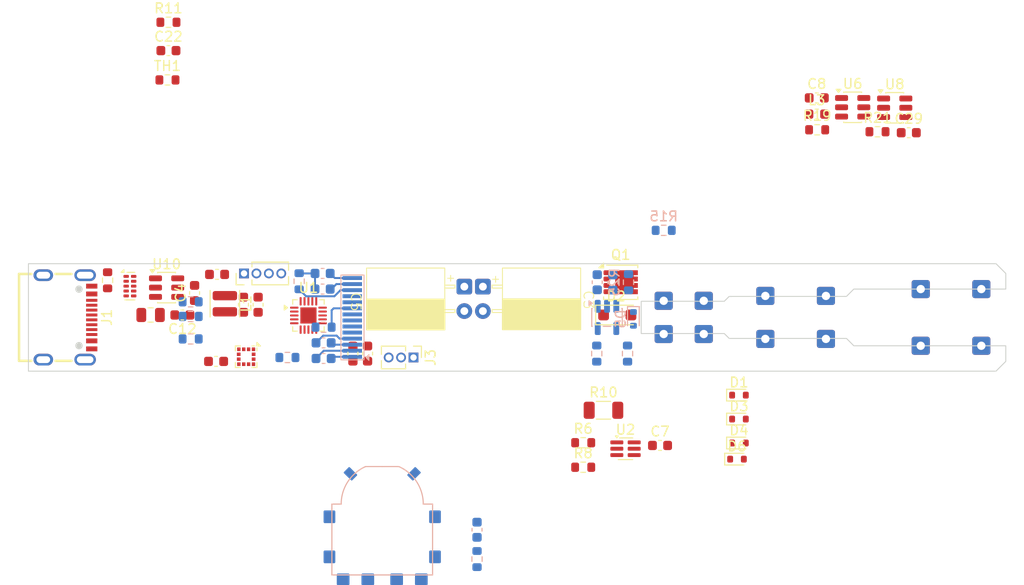
<source format=kicad_pcb>
(kicad_pcb
	(version 20241229)
	(generator "pcbnew")
	(generator_version "9.0")
	(general
		(thickness 1.6)
		(legacy_teardrops no)
	)
	(paper "A4")
	(layers
		(0 "F.Cu" signal)
		(4 "In1.Cu" signal)
		(6 "In2.Cu" signal)
		(2 "B.Cu" signal)
		(9 "F.Adhes" user "F.Adhesive")
		(11 "B.Adhes" user "B.Adhesive")
		(13 "F.Paste" user)
		(15 "B.Paste" user)
		(5 "F.SilkS" user "F.Silkscreen")
		(7 "B.SilkS" user "B.Silkscreen")
		(1 "F.Mask" user)
		(3 "B.Mask" user)
		(17 "Dwgs.User" user "User.Drawings")
		(19 "Cmts.User" user "User.Comments")
		(21 "Eco1.User" user "User.Eco1")
		(23 "Eco2.User" user "User.Eco2")
		(25 "Edge.Cuts" user)
		(27 "Margin" user)
		(31 "F.CrtYd" user "F.Courtyard")
		(29 "B.CrtYd" user "B.Courtyard")
		(35 "F.Fab" user)
		(33 "B.Fab" user)
		(39 "User.1" user)
		(41 "User.2" user)
		(43 "User.3" user)
		(45 "User.4" user)
	)
	(setup
		(stackup
			(layer "F.SilkS"
				(type "Top Silk Screen")
				(color "Black")
			)
			(layer "F.Paste"
				(type "Top Solder Paste")
			)
			(layer "F.Mask"
				(type "Top Solder Mask")
				(color "White")
				(thickness 0.01)
			)
			(layer "F.Cu"
				(type "copper")
				(thickness 0.035)
			)
			(layer "dielectric 1"
				(type "prepreg")
				(thickness 0.1)
				(material "FR4")
				(epsilon_r 4.5)
				(loss_tangent 0.02)
			)
			(layer "In1.Cu"
				(type "copper")
				(thickness 0.035)
			)
			(layer "dielectric 2"
				(type "core")
				(thickness 1.24)
				(material "FR4")
				(epsilon_r 4.5)
				(loss_tangent 0.02)
			)
			(layer "In2.Cu"
				(type "copper")
				(thickness 0.035)
			)
			(layer "dielectric 3"
				(type "prepreg")
				(thickness 0.1)
				(material "FR4")
				(epsilon_r 4.5)
				(loss_tangent 0.02)
			)
			(layer "B.Cu"
				(type "copper")
				(thickness 0.035)
			)
			(layer "B.Mask"
				(type "Bottom Solder Mask")
				(thickness 0.01)
			)
			(layer "B.Paste"
				(type "Bottom Solder Paste")
			)
			(layer "B.SilkS"
				(type "Bottom Silk Screen")
			)
			(copper_finish "None")
			(dielectric_constraints no)
		)
		(pad_to_mask_clearance 0)
		(allow_soldermask_bridges_in_footprints no)
		(tenting front back)
		(grid_origin 100.5 158.2)
		(pcbplotparams
			(layerselection 0x00000000_00000000_55555555_5755f5ff)
			(plot_on_all_layers_selection 0x00000000_00000000_00000000_00000000)
			(disableapertmacros no)
			(usegerberextensions no)
			(usegerberattributes yes)
			(usegerberadvancedattributes yes)
			(creategerberjobfile yes)
			(dashed_line_dash_ratio 12.000000)
			(dashed_line_gap_ratio 3.000000)
			(svgprecision 4)
			(plotframeref no)
			(mode 1)
			(useauxorigin no)
			(hpglpennumber 1)
			(hpglpenspeed 20)
			(hpglpendiameter 15.000000)
			(pdf_front_fp_property_popups yes)
			(pdf_back_fp_property_popups yes)
			(pdf_metadata yes)
			(pdf_single_document no)
			(dxfpolygonmode yes)
			(dxfimperialunits yes)
			(dxfusepcbnewfont yes)
			(psnegative no)
			(psa4output no)
			(plot_black_and_white yes)
			(sketchpadsonfab no)
			(plotpadnumbers no)
			(hidednponfab no)
			(sketchdnponfab yes)
			(crossoutdnponfab yes)
			(subtractmaskfromsilk no)
			(outputformat 1)
			(mirror no)
			(drillshape 1)
			(scaleselection 1)
			(outputdirectory "")
		)
	)
	(net 0 "")
	(net 1 "+3.3V")
	(net 2 "GND")
	(net 3 "VBUS")
	(net 4 "Net-(U10-SW)")
	(net 5 "Net-(U10-BST)")
	(net 6 "/BTN")
	(net 7 "/ENC_B")
	(net 8 "Net-(D3-K)")
	(net 9 "/TC_FB")
	(net 10 "/BOOTSEL")
	(net 11 "Net-(C27-Pad2)")
	(net 12 "/SCL")
	(net 13 "/DISP_NRST")
	(net 14 "/SDA")
	(net 15 "/ENC_A")
	(net 16 "/BLUE")
	(net 17 "/D-")
	(net 18 "Net-(D1-A)")
	(net 19 "/HEATER_ON")
	(net 20 "Net-(D5-K)")
	(net 21 "/CC2")
	(net 22 "/CC1")
	(net 23 "/LED_RING")
	(net 24 "/VBUS_FB")
	(net 25 "/CURR_FB")
	(net 26 "unconnected-(U1-PB12-Pad15)")
	(net 27 "unconnected-(U2-REF-Pad1)")
	(net 28 "Net-(J4-Pin_13)")
	(net 29 "Net-(J4-Pin_2)")
	(net 30 "Net-(J4-Pin_1)")
	(net 31 "Net-(J4-Pin_4)")
	(net 32 "Net-(J4-Pin_3)")
	(net 33 "Net-(J4-Pin_14)")
	(net 34 "Net-(U7--)")
	(net 35 "Net-(J1-SHIELD)")
	(net 36 "unconnected-(J4-Pin_6-Pad6)")
	(net 37 "Net-(J4-Pin_12)")
	(net 38 "/RED")
	(net 39 "unconnected-(U5-~{CS}-Pad10)")
	(net 40 "/JDP")
	(net 41 "/JDN")
	(net 42 "unconnected-(U3-NC-Pad6)")
	(net 43 "unconnected-(U3-NC-Pad10)")
	(net 44 "unconnected-(U3-NC-Pad7)")
	(net 45 "unconnected-(U3-NC-Pad9)")
	(net 46 "Net-(J4-Pin_9)")
	(net 47 "unconnected-(U1-PA4-Pad6)")
	(net 48 "/VDRIVE")
	(net 49 "/NTC")
	(net 50 "Net-(D6-K)")
	(net 51 "unconnected-(U5-INT1-Pad5)")
	(net 52 "unconnected-(U5-INT2-Pad6)")
	(net 53 "unconnected-(U11-Pad0)")
	(net 54 "Net-(Q1-D)")
	(net 55 "Net-(Q1-G)")
	(net 56 "unconnected-(U11-Pad0)_1")
	(net 57 "unconnected-(U11-Pad0)_2")
	(net 58 "unconnected-(U11-Pad0)_3")
	(net 59 "unconnected-(U11-Pad0)_4")
	(net 60 "unconnected-(U11-Pad0)_5")
	(net 61 "/VDRIVE_ON")
	(net 62 "Net-(U6-FB)")
	(net 63 "unconnected-(U6-NC-Pad6)")
	(net 64 "unconnected-(U1-PA3-Pad5)")
	(footprint "Capacitor_SMD:C_0603_1608Metric" (layer "F.Cu") (at 165.125 165.8))
	(footprint "Connector_Wire:SolderWire-0.25sqmm_1x01_D0.65mm_OD1.7mm" (layer "F.Cu") (at 182.1 150.5 90))
	(footprint "Capacitor_SMD:C_0603_1608Metric" (layer "F.Cu") (at 122.5 151.4 -90))
	(footprint "Capacitor_SMD:C_0603_1608Metric" (layer "F.Cu") (at 117.5 150.2 90))
	(footprint "Inductor_SMD:L_0603_1608Metric" (layer "F.Cu") (at 181.1625 131.9))
	(footprint "Package_SON:USON-10_2.5x1.0mm_P0.5mm" (layer "F.Cu") (at 110.885 149.5))
	(footprint "Capacitor_SMD:C_0603_1608Metric" (layer "F.Cu") (at 181.1625 130.24))
	(footprint "Connector_Wire:SolderWire-0.25sqmm_1x01_D0.65mm_OD1.7mm" (layer "F.Cu") (at 169.6 154.4 90))
	(footprint "Package_SON:VSON-8_3.3x3.3mm_P0.65mm_NexFET" (layer "F.Cu") (at 161.1 149.1))
	(footprint "Connector_Wire:SolderWire-0.25sqmm_1x01_D0.65mm_OD1.7mm" (layer "F.Cu") (at 198 155.6 90))
	(footprint "Capacitor_SMD:C_0603_1608Metric" (layer "F.Cu") (at 135.2 156.4 -90))
	(footprint "Inductor_SMD:L_Changjiang_FTC252012S" (layer "F.Cu") (at 120.6 151.3 -90))
	(footprint "Connector_Wire:SolderWire-0.25sqmm_1x01_D0.65mm_OD1.7mm" (layer "F.Cu") (at 165.5 151 90))
	(footprint "Resistor_SMD:R_0603_1608Metric" (layer "F.Cu") (at 181.2 133.5))
	(footprint "Connector_Wire:SolderWire-0.25sqmm_1x01_D0.65mm_OD1.7mm" (layer "F.Cu") (at 191.8 155.6 90))
	(footprint "Capacitor_SMD:C_0603_1608Metric" (layer "F.Cu") (at 190.575 133.8))
	(footprint "Connector_Wire:SolderWire-0.25sqmm_1x01_D0.65mm_OD1.7mm" (layer "F.Cu") (at 182.1 154.9 90))
	(footprint "Custom:USB-C-SMD_U263-163N-4GS1735" (layer "F.Cu") (at 104.5 152.7 -90))
	(footprint "Diode_SMD:D_SOD-523" (layer "F.Cu") (at 173 167.2))
	(footprint "Connector_Wire:SolderWire-0.25sqmm_1x01_D0.65mm_OD1.7mm" (layer "F.Cu") (at 175.9 150.5 90))
	(footprint "Connector_Wire:SolderWire-0.25sqmm_1x01_D0.65mm_OD1.7mm" (layer "F.Cu") (at 175.9 154.9 90))
	(footprint "Resistor_SMD:R_0603_1608Metric" (layer "F.Cu") (at 157.2625 165.52))
	(footprint "Capacitor_SMD:C_0603_1608Metric" (layer "F.Cu") (at 133.7 156.4 -90))
	(footprint "Package_TO_SOT_SMD:SOT-23-6" (layer "F.Cu") (at 189.1375 131.25))
	(footprint "Diode_SMD:D_SOD-123F" (layer "F.Cu") (at 160.75 152.45))
	(footprint "Connector_PinHeader_1.27mm:PinHeader_1x03_P1.27mm_Vertical" (layer "F.Cu") (at 139.9 156.8 -90))
	(footprint "Capacitor_SMD:C_0603_1608Metric" (layer "F.Cu") (at 116.25 152.45 180))
	(footprint "Diode_SMD:D_SOD-523" (layer "F.Cu") (at 173.2 160.65))
	(footprint "Package_DFN_QFN:QFN-20-1EP_3x3mm_P0.4mm_EP1.65x1.65mm" (layer "F.Cu") (at 129.15 152.5))
	(footprint "Package_LGA:LGA-12_2x2mm_P0.5mm" (layer "F.Cu") (at 122.7775 156.7225 -90))
	(footprint "Connector_Wire:SolderWire-0.25sqmm_1x01_D0.65mm_OD1.7mm" (layer "F.Cu") (at 198 149.8 90))
	(footprint "Connector_PinHeader_1.27mm:PinHeader_1x04_P1.27mm_Vertical" (layer "F.Cu") (at 122.56 148.2 90))
	(footprint "Custom:CPol_Circular_Bent_D6.3mm_L8mm_L" (layer "F.Cu") (at 147 150.8 -90))
	(footprint "Connector_Wire:SolderWire-0.25sqmm_1x01_D0.65mm_OD1.7mm" (layer "F.Cu") (at 165.5 154.4 90))
	(footprint "Capacitor_SMD:C_0603_1608Metric" (layer "F.Cu") (at 119.7 157.2 180))
	(footprint "Resistor_SMD:R_0603_1608Metric" (layer "F.Cu") (at 157.2625 168.03))
	(footprint "Resistor_SMD:R_0603_1608Metric" (layer "F.Cu") (at 114.825 122.5))
	(footprint "Capacitor_SMD:C_0603_1608Metric" (layer "F.Cu") (at 124 151.4 -90))
	(footprint "Connector_Wire:SolderWire-0.25sqmm_1x01_D0.65mm_OD1.7mm" (layer "F.Cu") (at 169.6 151 90))
	(footprint "Capacitor_SMD:C_0603_1608Metric" (layer "F.Cu") (at 119.8 148.3 180))
	(footprint "Diode_SMD:D_SOD-523" (layer "F.Cu") (at 173.2 163.1))
	(footprint "Package_TO_SOT_SMD:SOT-23-6" (layer "F.Cu") (at 184.8375 131.2))
	(footprint "Connector_Wire:SolderWire-0.25sqmm_1x01_D0.65mm_OD1.7mm" (layer "F.Cu") (at 191.8 149.8 90))
	(footprint "Resistor_SMD:R_0603_1608Metric" (layer "F.Cu") (at 108.6 148.9 -90))
	(footprint "Capacitor_SMD:C_0603_1608Metric" (layer "F.Cu") (at 114.825 125.4))
	(footprint "Package_TO_SOT_SMD:TSOT-23-6"
		(layer "F.Cu")
		(uuid "d57ea46f-2b77-4dd0-985f-53f963aaf5bf")
		(at 114.6375 149.65)
		(descr "TSOT, 6 Pin (https://www.jedec.org/sites/default/files/docs/MO-193D.pdf variant AA), generated with kicad-footprint-generator ipc_gullwing_generator.py")
		(tags "TSOT TO_SOT_SMD")
		(property "Reference" "U10"
			(at 0 -2.4 0)
			(layer "F.SilkS")
			(uuid "9fd8ff9c-a633-4eeb-91e4-546522826401")
			(effects
				(font
					(size 1 1)
					(thickness 0.15)
				)
			)
		)
		(property "Value" "AP63203WU"
			(at 0 2.4 0)
			(layer "F.Fab")
			(uuid "bfbcce8e-2019-4561-96cb-de848fdcd3d1")
			(effects
				(font
					(size 1 1)
					(thickness 0.15)
				)
			)
		)
		(property "Datasheet" "https://www.diodes.com/assets/Datasheets/AP63200-AP63201-AP63203-AP63205.pdf"
			(at 0 0 0)
			(layer "F.Fab")
			(hide yes)
			(uuid "8213fbdf-eaa9-4000-b379-0dfeac15be6e")
			(effects
				(font
					(size 1.27 1.27)
					(thickness 0.15)
				)
			)
		)
		(property "Description" "2A, 1.1MHz Buck DC/DC Converter, fixed 3.3V output voltage, TSOT-23-6"
			(at 0 0 0)
			(layer "F.Fab")
			(hide yes)
			(uuid "7b56814c-83fa-476a-a678-1e63e87ac29c")
			(effects
				(font
					(size 1.27 1.27)
					(thickness 0.15)
				)
			)
		)
		(property ki_fp_filters "TSOT?23*")
		(path "/7008a1f7-716a-4e7b-aaf9-54124d9cd3fc")
		(sheetname "/")
		(sheetfile "usbc_soldering_iron.kicad_sch")
		(attr smd)
		(fp_line
			(start -0.91 -1.56)
			(end 0.91 -1.56)
			(stroke
				(width 0.12)
				(type solid)
			)
			(layer "F.SilkS")
			(uuid "f994a2e2-c3a1-4314-a337-969874ac734a")
		)
		(fp_line
			(start -0.91 -1.51)
			(end -0.91 -1.56)
			(stroke
				(width 0.12)
				(type solid)
			)
			(layer "F.SilkS")
			(uuid "e5fe2b4c-772b-46cf-ad7e-eb6df2f060ef")
		)
		(fp_line
			(start -0.91 1.56)
			(end -0.91 1.51)
			(stroke
				(width 0.12)
				(type solid)
			)
			(layer "F.SilkS")
			(uuid "d2604769-a30e-4e66-853c-afd45b9dfe79")
		)
		(fp_line
			(start 0.91 -1.56)
			(end 0.91 -1.51)
			(stroke
				(width 0.12)
				(type solid)
			)
			(layer "F.SilkS")
			(uuid "2c1e1dc4-76b9-4044-bc6f-329931b5069b")
		)
		(fp_line
			(start 0.91 1.51)
			(end 0.91 1.56)
			(stroke
				(width 0.12)
				(type solid)
			)
			(layer "F.SilkS")
			(uuid "e6097649-d8c6-49b0-89af-c547bc957804")
		)
		(fp_line
			(start 0.91 1.56)
			(end -0.91 1.56)
			(stroke
				(width 0.12)
				(type solid)
			)
			(layer "F.SilkS")
			(uuid "72799639-f715-4d7c-b5a5-9e885f57a9a1")
		)
		(fp_poly
			(pts
				(xy -1.45 -1.51) (xy -1.69 -1.84) (xy -1.21 -1.84)
			)
			(stroke
				(width 0.12)
				(type solid)
			)
			(fill yes)
			(layer "F.SilkS")
			(uuid "20d42083-ce27-40ba-8d11-6b95e6cd310c")
		)
		(fp_line
			(start -2.05 -1.5)
			(end -1.05 -1.5)
			(stroke
				(width 0.05)
				(type solid)
			)
			(layer "F.CrtYd")
			(uuid "e28f7b1e-4c7c-43e0-b3bf-54a55072f597")
		)
		(fp_line
			(start -2.05 1.5)
			(end -2.05 -1.5)
			(stroke
				(width 0.05)
				(type solid)
			)
			(layer "F.CrtYd")
			(uuid "71abae60-61a1-4ef3-8fea-58c1e165cf82")
		)
		(fp_line
			(start -1.05 -1.7)
			(end 1.05 -1.7)
			(stroke
				(width 0.05)
				(type solid)
			)
			(layer "F.CrtYd")
			(uuid "ee8aae64-00d1-4889-b211-7e3586fc23c2")
		)
		(fp_line
			(start -1.05 -1.5)
			(end -1.05 -1.7)
			(stroke
				(width 0.05)
				(type solid)
			)
			(layer "F.CrtYd")
			(uuid "2caddc77-dbce-4cce-8475-16cab2f41e96")
		)
		(fp_line
			(start -1.05 1.5)
			(end -2.05 1.5)
			(stroke
				(width 0.05)
				(type solid)
			)
			(layer "F.CrtYd")
			(uuid "0e22fdcd-cd0f-4d36-acc2-84c7e0de0581")
		)
		(fp_line
			(start -1.05 1.7)
			(end -1.05 1.5)
			(stroke
				(width 0.05)
				(type solid)
			)
			(layer "F.CrtYd")
			(uuid "776f4e24-9ca7-453f-9cd7-7e9401891373")
		)
		(fp_line
			(start 1.05 -1.7)
			(end 1.05 -1.5)
			(stroke
				(width 0.05)
				(type solid)
			)
			(layer "F.CrtYd")
			(uuid "d18ca022-548d-4c48-93a8-23c93362123a")
		)
		(fp_line
			(start 1.05 -1.5)
			(end 2.05 -1.5)
			(stroke
				(width 0.05)
				(type solid)
			)
			(layer "F.CrtYd")
			(uuid "ede03829-8021-49e6-a614-e51d09e3dda7")
		)
		(fp_line
			(start 1.05 1.5)
			(end 1.05 1.7)
			(stroke
				(width 0.05)
				(type solid)
			)
			(layer "F.CrtYd")
			(uuid "8e8dc512-59ed-42c8-818f-d1eedda11bfd")
		)
		(fp_line
			(start 1.05 1.7)
			(end -1.05 1.7)
			(stroke
				(width 0.05)
				(type solid)
			)
			(layer "F.CrtYd")
			(uuid "8c049956-3a7a-4cf5-98d9-e715d909d26d")
		)
		(fp_line
			(start 2.05 -1.5)
			(end 2.05 1.5)
			(stroke
				(width 0.05)
				(type solid)
			)
			(layer "F.CrtYd")
			(uuid "d3a37203-9118-4627-88c0-4002040dfa95")
		)
		(fp_line
			(start 2.05 1.5)
			(end 1.05 1.5)
			(stroke
				(width 0.05)
				(type solid)
			)
			(layer "F.CrtYd")
			(uuid "d8a58ae4-1382-4642-a640-858091ece435")
		)
		(fp_poly
			(pts
				(xy -0.4 -1.45) (xy 0.8 -1.45) (xy 0.8 1.45) (xy -0.8 1.45) (xy -0.8 -1.05)
			)
			(stroke
				(width 0.1)
				(type solid)
			)
			(fill no)
			(layer "F.Fab")
			(uuid "4b6c779c-a14d-47f1-95e1-bf1286b0031e")
		)
		(fp_text user "${REFERENCE}"
			(at 0 0 90)
			(layer "F.Fab")
			(uuid "bf6eeb55-4b64-48ae-a2b3-bc715095efc4")
			(effects
				(font
					(size 0.72 0.72)
					(thickness 0.11)
				)
			)
		)
		(pad "1" smd roundrect
			(at -1.1375 -0.95)
			(size 1.325 0.6)
			(layers "F.Cu" "F.Mask" "F.Paste")
			(roundrect_rratio 0.25)
			(net 1 "+3.3V")
			(pinfunction "FB")
			(pintype "input")
			(uuid "4190e25d-f305-43f1-89e9-98a154311cca")
		)
		(pad "2" smd roundrect
			(at -1.1375 0)
			(size 1.325 0.6)
			(layers "F.Cu" "F.Mask" "F.Paste")
			(roundrect_rratio 0.25)
			(net 3 "VBUS")
			(pinfunction "EN")
			(pintype "input")
			(uuid "33e761c7-6d31-4731-90d8-31ffb697f08e")
		)
		(pad "3" smd roundrect
			(at -1.1375 0.95)
			(size 1.325 0.6)
			(layers "F.Cu" "F.Mask" "F.Paste")
			(roundrect_rratio 0.25)
			(net 3 "VBUS")
			(pinfunction "IN")
			(pintype "power_in")
			(uuid "ce7c9d97-9fcf-480b-9f3a-ba23956bae85")
		)
		(pad "4" smd roundrect
			(at 1.1375 0.95)
			(size 1.32
... [142076 chars truncated]
</source>
